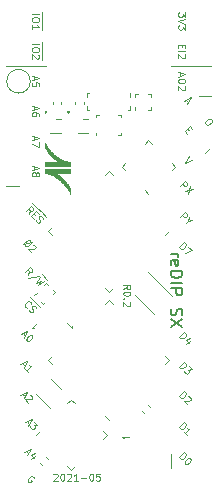
<source format=gto>
G04 #@! TF.GenerationSoftware,KiCad,Pcbnew,5.1.9-1.fc33*
G04 #@! TF.CreationDate,2021-05-01T23:08:35+02:00*
G04 #@! TF.ProjectId,reDIP-SX,72654449-502d-4535-982e-6b696361645f,0.2*
G04 #@! TF.SameCoordinates,PX5e28010PY8011a50*
G04 #@! TF.FileFunction,Legend,Top*
G04 #@! TF.FilePolarity,Positive*
%FSLAX46Y46*%
G04 Gerber Fmt 4.6, Leading zero omitted, Abs format (unit mm)*
G04 Created by KiCad (PCBNEW 5.1.9-1.fc33) date 2021-05-01 23:08:35*
%MOMM*%
%LPD*%
G01*
G04 APERTURE LIST*
%ADD10C,0.120000*%
%ADD11C,0.200000*%
%ADD12C,0.350000*%
G04 APERTURE END LIST*
D10*
X10128571Y16698572D02*
X10414285Y16898572D01*
X10128571Y17041429D02*
X10728571Y17041429D01*
X10728571Y16812858D01*
X10700000Y16755715D01*
X10671428Y16727143D01*
X10614285Y16698572D01*
X10528571Y16698572D01*
X10471428Y16727143D01*
X10442857Y16755715D01*
X10414285Y16812858D01*
X10414285Y17041429D01*
X10728571Y16327143D02*
X10728571Y16270000D01*
X10700000Y16212858D01*
X10671428Y16184286D01*
X10614285Y16155715D01*
X10500000Y16127143D01*
X10357142Y16127143D01*
X10242857Y16155715D01*
X10185714Y16184286D01*
X10157142Y16212858D01*
X10128571Y16270000D01*
X10128571Y16327143D01*
X10157142Y16384286D01*
X10185714Y16412858D01*
X10242857Y16441429D01*
X10357142Y16470000D01*
X10500000Y16470000D01*
X10614285Y16441429D01*
X10671428Y16412858D01*
X10700000Y16384286D01*
X10728571Y16327143D01*
X10185714Y15870000D02*
X10157142Y15841429D01*
X10128571Y15870000D01*
X10157142Y15898572D01*
X10185714Y15870000D01*
X10128571Y15870000D01*
X10671428Y15612858D02*
X10700000Y15584286D01*
X10728571Y15527143D01*
X10728571Y15384286D01*
X10700000Y15327143D01*
X10671428Y15298572D01*
X10614285Y15270000D01*
X10557142Y15270000D01*
X10471428Y15298572D01*
X10128571Y15641429D01*
X10128571Y15270000D01*
X4228571Y1011429D02*
X4257142Y1040000D01*
X4314285Y1068572D01*
X4457142Y1068572D01*
X4514285Y1040000D01*
X4542857Y1011429D01*
X4571428Y954286D01*
X4571428Y897143D01*
X4542857Y811429D01*
X4200000Y468572D01*
X4571428Y468572D01*
X4942857Y1068572D02*
X5000000Y1068572D01*
X5057142Y1040000D01*
X5085714Y1011429D01*
X5114285Y954286D01*
X5142857Y840000D01*
X5142857Y697143D01*
X5114285Y582858D01*
X5085714Y525715D01*
X5057142Y497143D01*
X5000000Y468572D01*
X4942857Y468572D01*
X4885714Y497143D01*
X4857142Y525715D01*
X4828571Y582858D01*
X4800000Y697143D01*
X4800000Y840000D01*
X4828571Y954286D01*
X4857142Y1011429D01*
X4885714Y1040000D01*
X4942857Y1068572D01*
X5371428Y1011429D02*
X5400000Y1040000D01*
X5457142Y1068572D01*
X5600000Y1068572D01*
X5657142Y1040000D01*
X5685714Y1011429D01*
X5714285Y954286D01*
X5714285Y897143D01*
X5685714Y811429D01*
X5342857Y468572D01*
X5714285Y468572D01*
X6285714Y468572D02*
X5942857Y468572D01*
X6114285Y468572D02*
X6114285Y1068572D01*
X6057142Y982858D01*
X6000000Y925715D01*
X5942857Y897143D01*
X6542857Y697143D02*
X7000000Y697143D01*
X7400000Y1068572D02*
X7457142Y1068572D01*
X7514285Y1040000D01*
X7542857Y1011429D01*
X7571428Y954286D01*
X7600000Y840000D01*
X7600000Y697143D01*
X7571428Y582858D01*
X7542857Y525715D01*
X7514285Y497143D01*
X7457142Y468572D01*
X7400000Y468572D01*
X7342857Y497143D01*
X7314285Y525715D01*
X7285714Y582858D01*
X7257142Y697143D01*
X7257142Y840000D01*
X7285714Y954286D01*
X7314285Y1011429D01*
X7342857Y1040000D01*
X7400000Y1068572D01*
X8142857Y1068572D02*
X7857142Y1068572D01*
X7828571Y782858D01*
X7857142Y811429D01*
X7914285Y840000D01*
X8057142Y840000D01*
X8114285Y811429D01*
X8142857Y782858D01*
X8171428Y725715D01*
X8171428Y582858D01*
X8142857Y525715D01*
X8114285Y497143D01*
X8057142Y468572D01*
X7914285Y468572D01*
X7857142Y497143D01*
X7828571Y525715D01*
X1596243Y7812336D02*
X1798274Y7610305D01*
X1434619Y7731523D02*
X2000304Y8014366D01*
X1717461Y7448681D01*
X2222538Y7711320D02*
X2262944Y7711320D01*
X2323553Y7691117D01*
X2424568Y7590102D01*
X2444771Y7529493D01*
X2444771Y7489087D01*
X2424568Y7428478D01*
X2384162Y7388072D01*
X2303350Y7347665D01*
X1818477Y7347665D01*
X2081116Y7085026D01*
X1966243Y5502336D02*
X2168274Y5300305D01*
X1804619Y5421523D02*
X2370304Y5704366D01*
X2087461Y5138681D01*
X2612741Y5461929D02*
X2875380Y5199290D01*
X2572335Y5179087D01*
X2632944Y5118478D01*
X2653147Y5057868D01*
X2653147Y5017462D01*
X2632944Y4956853D01*
X2531928Y4855838D01*
X2471319Y4835635D01*
X2430913Y4835635D01*
X2370304Y4855838D01*
X2249086Y4977056D01*
X2228883Y5037665D01*
X2228883Y5078072D01*
X1596243Y10412336D02*
X1798274Y10210305D01*
X1434619Y10331523D02*
X2000304Y10614366D01*
X1717461Y10048681D01*
X2081116Y9685026D02*
X1838680Y9927462D01*
X1959898Y9806244D02*
X2384162Y10230508D01*
X2283147Y10210305D01*
X2202335Y10210305D01*
X2141725Y10230508D01*
X14874923Y12651219D02*
X15299187Y13075483D01*
X15400203Y12974468D01*
X15440609Y12893655D01*
X15440609Y12812843D01*
X15420406Y12752234D01*
X15359796Y12651219D01*
X15299187Y12590610D01*
X15198172Y12530000D01*
X15137563Y12509797D01*
X15056751Y12509797D01*
X14975938Y12550204D01*
X14874923Y12651219D01*
X15763857Y12327970D02*
X15481015Y12045127D01*
X15824467Y12590610D02*
X15420406Y12388579D01*
X15683045Y12125939D01*
X14864923Y10121219D02*
X15289187Y10545483D01*
X15390203Y10444468D01*
X15430609Y10363655D01*
X15430609Y10282843D01*
X15410406Y10222234D01*
X15349796Y10121219D01*
X15289187Y10060610D01*
X15188172Y10000000D01*
X15127563Y9979797D01*
X15046751Y9979797D01*
X14965938Y10020204D01*
X14864923Y10121219D01*
X15673045Y10161625D02*
X15935685Y9898985D01*
X15632639Y9878782D01*
X15693248Y9818173D01*
X15713451Y9757564D01*
X15713451Y9717158D01*
X15693248Y9656549D01*
X15592233Y9555533D01*
X15531624Y9535330D01*
X15491218Y9535330D01*
X15430609Y9555533D01*
X15309390Y9676752D01*
X15289187Y9737361D01*
X15289187Y9777767D01*
X14854923Y7631219D02*
X15279187Y8055483D01*
X15380203Y7954468D01*
X15420609Y7873655D01*
X15420609Y7792843D01*
X15400406Y7732234D01*
X15339796Y7631219D01*
X15279187Y7570610D01*
X15178172Y7510000D01*
X15117563Y7489797D01*
X15036751Y7489797D01*
X14955938Y7530204D01*
X14854923Y7631219D01*
X15642842Y7611016D02*
X15683248Y7611016D01*
X15743857Y7590813D01*
X15844873Y7489797D01*
X15865076Y7429188D01*
X15865076Y7388782D01*
X15844873Y7328173D01*
X15804467Y7287767D01*
X15723654Y7247361D01*
X15238781Y7247361D01*
X15501421Y6984721D01*
X14844923Y4991219D02*
X15269187Y5415483D01*
X15370203Y5314468D01*
X15410609Y5233655D01*
X15410609Y5152843D01*
X15390406Y5092234D01*
X15329796Y4991219D01*
X15269187Y4930610D01*
X15168172Y4870000D01*
X15107563Y4849797D01*
X15026751Y4849797D01*
X14945938Y4890204D01*
X14844923Y4991219D01*
X15491421Y4344721D02*
X15248984Y4587158D01*
X15370203Y4465939D02*
X15794467Y4890204D01*
X15693451Y4870000D01*
X15612639Y4870000D01*
X15552030Y4890204D01*
X2419687Y23991871D02*
X2843951Y23567607D01*
X2155431Y23040711D02*
X2216040Y23384163D01*
X1912994Y23283148D02*
X2337258Y23707412D01*
X2498883Y23545787D01*
X2519086Y23485178D01*
X2519086Y23444772D01*
X2498883Y23384163D01*
X2438274Y23323554D01*
X2377664Y23303351D01*
X2337258Y23303351D01*
X2276649Y23323554D01*
X2115025Y23485178D01*
X2843951Y23567607D02*
X3227809Y23183749D01*
X2559492Y23081117D02*
X2700913Y22939696D01*
X2539289Y22656853D02*
X2337258Y22858884D01*
X2761522Y23283148D01*
X2963553Y23081117D01*
X3227809Y23183749D02*
X3631870Y22779688D01*
X2721116Y22515432D02*
X2761522Y22434620D01*
X2862538Y22333604D01*
X2923147Y22313401D01*
X2963553Y22313401D01*
X3024162Y22333604D01*
X3064568Y22374010D01*
X3084771Y22434620D01*
X3084771Y22475026D01*
X3064568Y22535635D01*
X3003959Y22636650D01*
X2983756Y22697259D01*
X2983756Y22737665D01*
X3003959Y22798275D01*
X3044365Y22838681D01*
X3104974Y22858884D01*
X3145380Y22858884D01*
X3205990Y22838681D01*
X3307005Y22737665D01*
X3347411Y22656853D01*
X2401928Y20642742D02*
X1654416Y20541726D01*
X1775634Y20420508D02*
X1755431Y20481117D01*
X1755431Y20561929D01*
X1816040Y20662945D01*
X1957461Y20804366D01*
X2058477Y20864975D01*
X2139289Y20864975D01*
X2199898Y20844772D01*
X2280710Y20763960D01*
X2300913Y20703351D01*
X2300913Y20622539D01*
X2240304Y20521523D01*
X2098883Y20380102D01*
X1997867Y20319493D01*
X1917055Y20319493D01*
X1856446Y20339696D01*
X1775634Y20420508D01*
X2502944Y20460914D02*
X2543350Y20460914D01*
X2603959Y20440711D01*
X2704974Y20339696D01*
X2725177Y20279087D01*
X2725177Y20238681D01*
X2704974Y20178072D01*
X2664568Y20137665D01*
X2583756Y20097259D01*
X2098883Y20097259D01*
X2361522Y19834620D01*
X2084720Y17881422D02*
X2145329Y18224874D01*
X1842284Y18123858D02*
X2266548Y18548123D01*
X2428172Y18386498D01*
X2448375Y18325889D01*
X2448375Y18285483D01*
X2428172Y18224874D01*
X2367563Y18164265D01*
X2306954Y18144062D01*
X2266548Y18144062D01*
X2205938Y18164265D01*
X2044314Y18325889D01*
X3014061Y17841016D02*
X2104923Y17659188D01*
X3217707Y17963850D02*
X3702580Y17478977D01*
X3094873Y17719797D02*
X2771624Y17194518D01*
X3155482Y17416752D01*
X2933248Y17032894D01*
X3458528Y17356143D01*
X2231616Y16029942D02*
X2655880Y15605678D01*
X2007766Y15119188D02*
X1967360Y15119188D01*
X1886548Y15159594D01*
X1846142Y15200000D01*
X1805735Y15280813D01*
X1805735Y15361625D01*
X1825938Y15422234D01*
X1886548Y15523249D01*
X1947157Y15583858D01*
X2048172Y15644468D01*
X2108781Y15664671D01*
X2189593Y15664671D01*
X2270406Y15624265D01*
X2310812Y15583858D01*
X2351218Y15503046D01*
X2351218Y15462640D01*
X2655880Y15605678D02*
X3059941Y15201617D01*
X2149187Y14937361D02*
X2189593Y14856549D01*
X2290609Y14755533D01*
X2351218Y14735330D01*
X2391624Y14735330D01*
X2452233Y14755533D01*
X2492639Y14795939D01*
X2512842Y14856549D01*
X2512842Y14896955D01*
X2492639Y14957564D01*
X2432030Y15058579D01*
X2411827Y15119188D01*
X2411827Y15159594D01*
X2432030Y15220204D01*
X2472436Y15260610D01*
X2533045Y15280813D01*
X2573451Y15280813D01*
X2634061Y15260610D01*
X2735076Y15159594D01*
X2775482Y15078782D01*
X1616243Y12932336D02*
X1818274Y12730305D01*
X1454619Y12851523D02*
X2020304Y13134366D01*
X1737461Y12568681D01*
X2383959Y12770711D02*
X2424365Y12730305D01*
X2444568Y12669696D01*
X2444568Y12629290D01*
X2424365Y12568681D01*
X2363756Y12467665D01*
X2262741Y12366650D01*
X2161725Y12306041D01*
X2101116Y12285838D01*
X2060710Y12285838D01*
X2000101Y12306041D01*
X1959695Y12346447D01*
X1939492Y12407056D01*
X1939492Y12447462D01*
X1959695Y12508072D01*
X2020304Y12609087D01*
X2121319Y12710102D01*
X2222335Y12770711D01*
X2282944Y12790914D01*
X2323350Y12790914D01*
X2383959Y12770711D01*
X1906243Y2982336D02*
X2108274Y2780305D01*
X1744619Y2901523D02*
X2310304Y3184366D01*
X2027461Y2618681D01*
X2633553Y2578275D02*
X2350710Y2295432D01*
X2694162Y2840914D02*
X2290101Y2638884D01*
X2552741Y2376244D01*
X14854923Y2461219D02*
X15279187Y2885483D01*
X15380203Y2784468D01*
X15420609Y2703655D01*
X15420609Y2622843D01*
X15400406Y2562234D01*
X15339796Y2461219D01*
X15279187Y2400610D01*
X15178172Y2340000D01*
X15117563Y2319797D01*
X15036751Y2319797D01*
X14955938Y2360204D01*
X14854923Y2461219D01*
X15784264Y2380407D02*
X15824670Y2340000D01*
X15844873Y2279391D01*
X15844873Y2238985D01*
X15824670Y2178376D01*
X15764061Y2077361D01*
X15663045Y1976346D01*
X15562030Y1915736D01*
X15501421Y1895533D01*
X15461015Y1895533D01*
X15400406Y1915736D01*
X15360000Y1956143D01*
X15339796Y2016752D01*
X15339796Y2057158D01*
X15360000Y2117767D01*
X15420609Y2218782D01*
X15521624Y2319797D01*
X15622639Y2380407D01*
X15683248Y2400610D01*
X15723654Y2400610D01*
X15784264Y2380407D01*
X14844923Y20241219D02*
X15269187Y20665483D01*
X15370203Y20564468D01*
X15410609Y20483655D01*
X15410609Y20402843D01*
X15390406Y20342234D01*
X15329796Y20241219D01*
X15269187Y20180610D01*
X15168172Y20120000D01*
X15107563Y20099797D01*
X15026751Y20099797D01*
X14945938Y20140204D01*
X14844923Y20241219D01*
X15653045Y20281625D02*
X15935888Y19998782D01*
X15329796Y19756346D01*
X14915126Y22761016D02*
X15339390Y23185280D01*
X15501015Y23023655D01*
X15521218Y22963046D01*
X15521218Y22922640D01*
X15501015Y22862031D01*
X15440406Y22801422D01*
X15379796Y22781219D01*
X15339390Y22781219D01*
X15278781Y22801422D01*
X15117157Y22963046D01*
X15622233Y22457970D02*
X15420203Y22255939D01*
X15703045Y22821625D02*
X15622233Y22457970D01*
X15985888Y22538782D01*
X14954923Y25401219D02*
X15379187Y25825483D01*
X15540812Y25663858D01*
X15561015Y25603249D01*
X15561015Y25562843D01*
X15540812Y25502234D01*
X15480203Y25441625D01*
X15419593Y25421422D01*
X15379187Y25421422D01*
X15318578Y25441625D01*
X15156954Y25603249D01*
X15763045Y25441625D02*
X15621624Y24734518D01*
X16045888Y25158782D02*
X15338781Y25017361D01*
X17088071Y28218072D02*
X17512335Y28642336D01*
X17531928Y31092742D02*
X17612741Y31011929D01*
X17632944Y30951320D01*
X17632944Y30870508D01*
X17572335Y30769493D01*
X17430913Y30628072D01*
X17329898Y30567462D01*
X17249086Y30567462D01*
X17188477Y30587665D01*
X17107664Y30668478D01*
X17087461Y30729087D01*
X17087461Y30809899D01*
X17148071Y30910914D01*
X17289492Y31052336D01*
X17390507Y31112945D01*
X17471319Y31112945D01*
X17531928Y31092742D01*
X15398571Y40112858D02*
X15398571Y39741429D01*
X15170000Y39941429D01*
X15170000Y39855715D01*
X15141428Y39798572D01*
X15112857Y39770000D01*
X15055714Y39741429D01*
X14912857Y39741429D01*
X14855714Y39770000D01*
X14827142Y39798572D01*
X14798571Y39855715D01*
X14798571Y40027143D01*
X14827142Y40084286D01*
X14855714Y40112858D01*
X15398571Y39570000D02*
X14798571Y39370000D01*
X15398571Y39170000D01*
X15398571Y39027143D02*
X15398571Y38655715D01*
X15170000Y38855715D01*
X15170000Y38770000D01*
X15141428Y38712858D01*
X15112857Y38684286D01*
X15055714Y38655715D01*
X14912857Y38655715D01*
X14855714Y38684286D01*
X14827142Y38712858D01*
X14798571Y38770000D01*
X14798571Y38941429D01*
X14827142Y38998572D01*
X14855714Y39027143D01*
X17580000Y33020000D02*
X16510000Y33020000D01*
X15559390Y30261219D02*
X15700812Y30119797D01*
X15539187Y29836955D02*
X15337157Y30038985D01*
X15761421Y30463249D01*
X15963451Y30261219D01*
X15448274Y32720305D02*
X15650304Y32518275D01*
X15286649Y32639493D02*
X15852335Y32922336D01*
X15569492Y32356650D01*
X2268237Y34290000D02*
G75*
G03*
X2268237Y34290000I-1000000J0D01*
G01*
X2613248Y701016D02*
X2593045Y761625D01*
X2532436Y822234D01*
X2451624Y862640D01*
X2370812Y862640D01*
X2310203Y842437D01*
X2209187Y781828D01*
X2148578Y721219D01*
X2087969Y620204D01*
X2067766Y559594D01*
X2067766Y478782D01*
X2108172Y397970D01*
X2148578Y357564D01*
X2229390Y317158D01*
X2269796Y317158D01*
X2411218Y458579D01*
X2330406Y539391D01*
X15660913Y27943757D02*
X15378071Y27378072D01*
X15943756Y27660914D01*
X3610000Y35560000D02*
X200000Y35560000D01*
X1270000Y25400000D02*
X200000Y25400000D01*
X17580000Y35560000D02*
X14170000Y35560000D01*
X2570000Y27098572D02*
X2570000Y26812858D01*
X2398571Y27155715D02*
X2998571Y26955715D01*
X2398571Y26755715D01*
X2741428Y26470000D02*
X2770000Y26527143D01*
X2798571Y26555715D01*
X2855714Y26584286D01*
X2884285Y26584286D01*
X2941428Y26555715D01*
X2970000Y26527143D01*
X2998571Y26470000D01*
X2998571Y26355715D01*
X2970000Y26298572D01*
X2941428Y26270000D01*
X2884285Y26241429D01*
X2855714Y26241429D01*
X2798571Y26270000D01*
X2770000Y26298572D01*
X2741428Y26355715D01*
X2741428Y26470000D01*
X2712857Y26527143D01*
X2684285Y26555715D01*
X2627142Y26584286D01*
X2512857Y26584286D01*
X2455714Y26555715D01*
X2427142Y26527143D01*
X2398571Y26470000D01*
X2398571Y26355715D01*
X2427142Y26298572D01*
X2455714Y26270000D01*
X2512857Y26241429D01*
X2627142Y26241429D01*
X2684285Y26270000D01*
X2712857Y26298572D01*
X2741428Y26355715D01*
X2570000Y29638572D02*
X2570000Y29352858D01*
X2398571Y29695715D02*
X2998571Y29495715D01*
X2398571Y29295715D01*
X2998571Y29152858D02*
X2998571Y28752858D01*
X2398571Y29010000D01*
X2570000Y32178572D02*
X2570000Y31892858D01*
X2398571Y32235715D02*
X2998571Y32035715D01*
X2398571Y31835715D01*
X2998571Y31378572D02*
X2998571Y31492858D01*
X2970000Y31550000D01*
X2941428Y31578572D01*
X2855714Y31635715D01*
X2741428Y31664286D01*
X2512857Y31664286D01*
X2455714Y31635715D01*
X2427142Y31607143D01*
X2398571Y31550000D01*
X2398571Y31435715D01*
X2427142Y31378572D01*
X2455714Y31350000D01*
X2512857Y31321429D01*
X2655714Y31321429D01*
X2712857Y31350000D01*
X2741428Y31378572D01*
X2770000Y31435715D01*
X2770000Y31550000D01*
X2741428Y31607143D01*
X2712857Y31635715D01*
X2655714Y31664286D01*
X2570000Y34718572D02*
X2570000Y34432858D01*
X2398571Y34775715D02*
X2998571Y34575715D01*
X2398571Y34375715D01*
X2998571Y33890000D02*
X2998571Y34175715D01*
X2712857Y34204286D01*
X2741428Y34175715D01*
X2770000Y34118572D01*
X2770000Y33975715D01*
X2741428Y33918572D01*
X2712857Y33890000D01*
X2655714Y33861429D01*
X2512857Y33861429D01*
X2455714Y33890000D01*
X2427142Y33918572D01*
X2398571Y33975715D01*
X2398571Y34118572D01*
X2427142Y34175715D01*
X2455714Y34204286D01*
X3258000Y37572858D02*
X3258000Y37287143D01*
X2398571Y37430000D02*
X2998571Y37430000D01*
X3258000Y37287143D02*
X3258000Y36658572D01*
X2998571Y37030000D02*
X2998571Y36915715D01*
X2970000Y36858572D01*
X2912857Y36801429D01*
X2798571Y36772858D01*
X2598571Y36772858D01*
X2484285Y36801429D01*
X2427142Y36858572D01*
X2398571Y36915715D01*
X2398571Y37030000D01*
X2427142Y37087143D01*
X2484285Y37144286D01*
X2598571Y37172858D01*
X2798571Y37172858D01*
X2912857Y37144286D01*
X2970000Y37087143D01*
X2998571Y37030000D01*
X3258000Y36658572D02*
X3258000Y36087143D01*
X2941428Y36544286D02*
X2970000Y36515715D01*
X2998571Y36458572D01*
X2998571Y36315715D01*
X2970000Y36258572D01*
X2941428Y36230000D01*
X2884285Y36201429D01*
X2827142Y36201429D01*
X2741428Y36230000D01*
X2398571Y36572858D01*
X2398571Y36201429D01*
X3258000Y40112858D02*
X3258000Y39827143D01*
X2398571Y39970000D02*
X2998571Y39970000D01*
X3258000Y39827143D02*
X3258000Y39198572D01*
X2998571Y39570000D02*
X2998571Y39455715D01*
X2970000Y39398572D01*
X2912857Y39341429D01*
X2798571Y39312858D01*
X2598571Y39312858D01*
X2484285Y39341429D01*
X2427142Y39398572D01*
X2398571Y39455715D01*
X2398571Y39570000D01*
X2427142Y39627143D01*
X2484285Y39684286D01*
X2598571Y39712858D01*
X2798571Y39712858D01*
X2912857Y39684286D01*
X2970000Y39627143D01*
X2998571Y39570000D01*
X3258000Y39198572D02*
X3258000Y38627143D01*
X2398571Y38741429D02*
X2398571Y39084286D01*
X2398571Y38912858D02*
X2998571Y38912858D01*
X2912857Y38970000D01*
X2855714Y39027143D01*
X2827142Y39084286D01*
X15112857Y37387143D02*
X15112857Y37187143D01*
X14798571Y37101429D02*
X14798571Y37387143D01*
X15398571Y37387143D01*
X15398571Y37101429D01*
X14798571Y36844286D02*
X15398571Y36844286D01*
X15341428Y36587143D02*
X15370000Y36558572D01*
X15398571Y36501429D01*
X15398571Y36358572D01*
X15370000Y36301429D01*
X15341428Y36272858D01*
X15284285Y36244286D01*
X15227142Y36244286D01*
X15141428Y36272858D01*
X14798571Y36615715D01*
X14798571Y36244286D01*
X14970000Y35032858D02*
X14970000Y34747143D01*
X14798571Y35090000D02*
X15398571Y34890000D01*
X14798571Y34690000D01*
X15398571Y34375715D02*
X15398571Y34261429D01*
X15370000Y34204286D01*
X15312857Y34147143D01*
X15198571Y34118572D01*
X14998571Y34118572D01*
X14884285Y34147143D01*
X14827142Y34204286D01*
X14798571Y34261429D01*
X14798571Y34375715D01*
X14827142Y34432858D01*
X14884285Y34490000D01*
X14998571Y34518572D01*
X15198571Y34518572D01*
X15312857Y34490000D01*
X15370000Y34432858D01*
X15398571Y34375715D01*
X15341428Y33890000D02*
X15370000Y33861429D01*
X15398571Y33804286D01*
X15398571Y33661429D01*
X15370000Y33604286D01*
X15341428Y33575715D01*
X15284285Y33547143D01*
X15227142Y33547143D01*
X15141428Y33575715D01*
X14798571Y33918572D01*
X14798571Y33547143D01*
D11*
X14137619Y19701429D02*
X14804285Y19701429D01*
X14613809Y19701429D02*
X14709047Y19653810D01*
X14756666Y19606191D01*
X14804285Y19510953D01*
X14804285Y19415715D01*
X14185238Y18701429D02*
X14137619Y18796667D01*
X14137619Y18987143D01*
X14185238Y19082381D01*
X14280476Y19130000D01*
X14661428Y19130000D01*
X14756666Y19082381D01*
X14804285Y18987143D01*
X14804285Y18796667D01*
X14756666Y18701429D01*
X14661428Y18653810D01*
X14566190Y18653810D01*
X14470952Y19130000D01*
X14137619Y18225239D02*
X15137619Y18225239D01*
X15137619Y17987143D01*
X15090000Y17844286D01*
X14994761Y17749048D01*
X14899523Y17701429D01*
X14709047Y17653810D01*
X14566190Y17653810D01*
X14375714Y17701429D01*
X14280476Y17749048D01*
X14185238Y17844286D01*
X14137619Y17987143D01*
X14137619Y18225239D01*
X14137619Y17225239D02*
X15137619Y17225239D01*
X14137619Y16749048D02*
X15137619Y16749048D01*
X15137619Y16368096D01*
X15090000Y16272858D01*
X15042380Y16225239D01*
X14947142Y16177620D01*
X14804285Y16177620D01*
X14709047Y16225239D01*
X14661428Y16272858D01*
X14613809Y16368096D01*
X14613809Y16749048D01*
X14185238Y15034762D02*
X14137619Y14891905D01*
X14137619Y14653810D01*
X14185238Y14558572D01*
X14232857Y14510953D01*
X14328095Y14463334D01*
X14423333Y14463334D01*
X14518571Y14510953D01*
X14566190Y14558572D01*
X14613809Y14653810D01*
X14661428Y14844286D01*
X14709047Y14939524D01*
X14756666Y14987143D01*
X14851904Y15034762D01*
X14947142Y15034762D01*
X15042380Y14987143D01*
X15090000Y14939524D01*
X15137619Y14844286D01*
X15137619Y14606191D01*
X15090000Y14463334D01*
X15137619Y14130000D02*
X14137619Y13463334D01*
X15137619Y13463334D02*
X14137619Y14130000D01*
D10*
G04 #@! TO.C,U11*
X12725355Y14589010D02*
X11099010Y16215355D01*
X14280990Y16144645D02*
X12265736Y18159899D01*
G04 #@! TO.C,Q2*
X2617330Y16178579D02*
X2794106Y16355355D01*
X3444645Y17005894D02*
X3621421Y17182670D01*
X3798198Y17005894D02*
X3621421Y17182670D01*
X4165894Y16284645D02*
X4342670Y16461421D01*
X4342670Y16461421D02*
X4165894Y16638198D01*
X3338579Y15457330D02*
X3515355Y15634106D01*
X3338579Y15457330D02*
X3161802Y15634106D01*
G04 #@! TO.C,Q1*
X2709340Y7827868D02*
X3911421Y6625786D01*
X4830660Y8252132D02*
X3982132Y9100660D01*
G04 #@! TO.C,U3*
X7830000Y31270000D02*
X7830000Y31420000D01*
X7830000Y31420000D02*
X8080000Y31420000D01*
X9930000Y31270000D02*
X9930000Y31420000D01*
X9930000Y31420000D02*
X9680000Y31420000D01*
X9930000Y29870000D02*
X9930000Y29720000D01*
X9930000Y29720000D02*
X9680000Y29720000D01*
X7830000Y29870000D02*
X7830000Y29720000D01*
G04 #@! TO.C,D3*
X7040000Y33290000D02*
X7240000Y33290000D01*
X7040000Y32990000D02*
X7040000Y33290000D01*
X7240000Y31890000D02*
X7040000Y31890000D01*
X7040000Y31890000D02*
X7040000Y32190000D01*
X10740000Y31890000D02*
X10540000Y31890000D01*
X10740000Y32190000D02*
X10740000Y31890000D01*
X10740000Y33290000D02*
X10740000Y32990000D01*
G04 #@! TO.C,AE1*
X10020000Y4210000D02*
X10640000Y4210000D01*
X10170000Y4060000D02*
X10020000Y4210000D01*
X14140000Y2750000D02*
X14140000Y1550000D01*
G04 #@! TO.C,U7*
X11160000Y32970000D02*
X11160000Y33220000D01*
X12520000Y31860000D02*
X12520000Y32110000D01*
X12520000Y31860000D02*
X12270000Y31860000D01*
X12520000Y33220000D02*
X12270000Y33220000D01*
X12520000Y32970000D02*
X12520000Y33220000D01*
X11410000Y33220000D02*
X11160000Y33220000D01*
X11160000Y31860000D02*
X11160000Y32110000D01*
G04 #@! TO.C,U1*
X6280000Y29920000D02*
X7180000Y29920000D01*
X6730000Y31120000D02*
X7180000Y31120000D01*
D12*
G04 #@! TO.C,svg2mod*
G36*
X5702133Y27474960D02*
G01*
X5693931Y27474960D01*
X5613515Y27478468D01*
X5532771Y27487050D01*
X5451824Y27500498D01*
X5370797Y27518607D01*
X5289816Y27541169D01*
X5209004Y27567977D01*
X5128486Y27598826D01*
X5048387Y27633508D01*
X4968830Y27671816D01*
X4889939Y27713545D01*
X4811840Y27758486D01*
X4734657Y27806434D01*
X4658514Y27857182D01*
X4583535Y27910523D01*
X4509844Y27966250D01*
X4437567Y28024157D01*
X4366827Y28084037D01*
X4297748Y28145683D01*
X4230456Y28208888D01*
X4165073Y28273447D01*
X4101726Y28339152D01*
X4040538Y28405796D01*
X3981633Y28473173D01*
X3925135Y28541076D01*
X3871170Y28609298D01*
X3819861Y28677633D01*
X3771333Y28745874D01*
X3725711Y28813815D01*
X3683117Y28881248D01*
X3643678Y28947966D01*
X3607516Y29013764D01*
X3574757Y29078435D01*
X3545525Y29141771D01*
X3519944Y29203566D01*
X3498139Y29263614D01*
X3498269Y29227933D01*
X3498245Y29147476D01*
X3498133Y29040319D01*
X3497997Y28924539D01*
X3497906Y28818212D01*
X3497924Y28739415D01*
X3498118Y28706225D01*
X3528088Y28636862D01*
X3562087Y28566986D01*
X3599963Y28496777D01*
X3641567Y28426414D01*
X3686747Y28356078D01*
X3735352Y28285949D01*
X3787232Y28216206D01*
X3842235Y28147030D01*
X3900211Y28078601D01*
X3961008Y28011098D01*
X4024477Y27944701D01*
X4090465Y27879591D01*
X4158822Y27815948D01*
X4229398Y27753951D01*
X4302041Y27693780D01*
X4376601Y27635615D01*
X4452926Y27579637D01*
X4530866Y27526025D01*
X4610270Y27474960D01*
X3498676Y27474960D01*
X3498676Y27057730D01*
X5702133Y27056618D01*
X5702133Y27474960D01*
G37*
G36*
X5702045Y25199455D02*
G01*
X5672076Y25268799D01*
X5638079Y25338624D01*
X5600202Y25408754D01*
X5558599Y25479012D01*
X5513419Y25549223D01*
X5464814Y25619210D01*
X5412934Y25688796D01*
X5357930Y25757807D01*
X5299954Y25826065D01*
X5239156Y25893395D01*
X5175687Y25959620D01*
X5109698Y26024565D01*
X5041340Y26088052D01*
X4970763Y26149906D01*
X4898119Y26209951D01*
X4823559Y26268011D01*
X4747234Y26323909D01*
X4669294Y26377469D01*
X4589890Y26428515D01*
X5701481Y26428515D01*
X5701481Y26845745D01*
X3498042Y26845745D01*
X3498042Y26428515D01*
X3506228Y26428515D01*
X3586644Y26424999D01*
X3667388Y26416394D01*
X3748335Y26402908D01*
X3829362Y26384749D01*
X3910343Y26362123D01*
X3991155Y26335240D01*
X4071673Y26304306D01*
X4151772Y26269529D01*
X4231330Y26231116D01*
X4310220Y26189276D01*
X4388319Y26144216D01*
X4465502Y26096143D01*
X4541645Y26045266D01*
X4616625Y25991791D01*
X4690315Y25935927D01*
X4762593Y25877880D01*
X4833333Y25817860D01*
X4902411Y25756072D01*
X4969704Y25692726D01*
X5035086Y25628028D01*
X5098434Y25562186D01*
X5159622Y25495408D01*
X5218528Y25427901D01*
X5275025Y25359873D01*
X5328991Y25291532D01*
X5380300Y25223085D01*
X5428828Y25154740D01*
X5474451Y25086705D01*
X5517045Y25019186D01*
X5556485Y24952393D01*
X5592647Y24886532D01*
X5625407Y24821810D01*
X5654640Y24758437D01*
X5680221Y24696618D01*
X5702027Y24636563D01*
X5702208Y24667734D01*
X5702284Y24748234D01*
X5702282Y24858313D01*
X5702231Y24978223D01*
X5702156Y25088216D01*
X5702085Y25168543D01*
X5702045Y25199455D01*
G37*
D10*
G04 #@! TO.C,U2*
X4420000Y31120000D02*
X4870000Y31120000D01*
X3970000Y29920000D02*
X4870000Y29920000D01*
G04 #@! TO.C,U8*
X13659435Y21254124D02*
X13995311Y21590000D01*
X3784689Y21590000D02*
X4120565Y21254124D01*
X4120565Y21925876D02*
X3784689Y21590000D01*
X8890000Y26695311D02*
X9225876Y26359435D01*
X8554124Y26359435D02*
X8890000Y26695311D01*
X8890000Y16484689D02*
X8554124Y16820565D01*
X9225876Y16820565D02*
X8890000Y16484689D01*
G04 #@! TO.C,U4*
X10311314Y26741802D02*
X9993116Y27060000D01*
X9993116Y27060000D02*
X10311314Y27378198D01*
X14228686Y27378198D02*
X14546884Y27060000D01*
X14546884Y27060000D02*
X14228686Y26741802D01*
X12588198Y29018686D02*
X12270000Y29336884D01*
X12270000Y29336884D02*
X11951802Y29018686D01*
X11951802Y25101314D02*
X12270000Y24783116D01*
G04 #@! TO.C,D2*
X3620000Y31750000D02*
X3550000Y31630000D01*
X3480000Y31750000D02*
X3620000Y31750000D01*
X3550000Y31630000D02*
X3480000Y31750000D01*
G04 #@! TO.C,D1*
X5540000Y31750000D02*
X5470000Y31630000D01*
X5400000Y31750000D02*
X5540000Y31750000D01*
X5470000Y31630000D02*
X5400000Y31750000D01*
G04 #@! TO.C,D4*
X5790000Y13382944D02*
X5351594Y13821350D01*
X5790000Y13595076D02*
X5790000Y13382944D01*
G04 #@! TO.C,D5*
X2382944Y13380000D02*
X2821350Y13818406D01*
X2595076Y13380000D02*
X2382944Y13380000D01*
G04 #@! TO.C,U5*
X4120565Y10354124D02*
X3784689Y10690000D01*
X3784689Y10690000D02*
X4120565Y11025876D01*
X13659435Y11025876D02*
X13995311Y10690000D01*
X13995311Y10690000D02*
X13659435Y10354124D01*
X9225876Y15459435D02*
X8890000Y15795311D01*
X8890000Y15795311D02*
X8554124Y15459435D01*
X8554124Y5920565D02*
X8890000Y5584689D01*
G04 #@! TO.C,U6*
X5404124Y7008115D02*
X5740000Y7343991D01*
X5740000Y7343991D02*
X6075876Y7008115D01*
X6075876Y1711885D02*
X5740000Y1376009D01*
X5740000Y1376009D02*
X5404124Y1711885D01*
X8388115Y4024124D02*
X8723991Y4360000D01*
X8723991Y4360000D02*
X8388115Y4695876D01*
X3091885Y4695876D02*
X2756009Y4360000D01*
G04 #@! TO.C,C1*
X6070000Y32342164D02*
X6070000Y32557836D01*
X6790000Y32342164D02*
X6790000Y32557836D01*
G04 #@! TO.C,C3*
X4150000Y32342164D02*
X4150000Y32557836D01*
X4870000Y32342164D02*
X4870000Y32557836D01*
G04 #@! TO.C,C17*
X3261693Y1799190D02*
X3109190Y1951693D01*
X3770810Y2308307D02*
X3618307Y2460810D01*
G04 #@! TO.C,C5*
X11699190Y6351693D02*
X11851693Y6199190D01*
X12208307Y6860810D02*
X12360810Y6708307D01*
G04 #@! TD*
M02*

</source>
